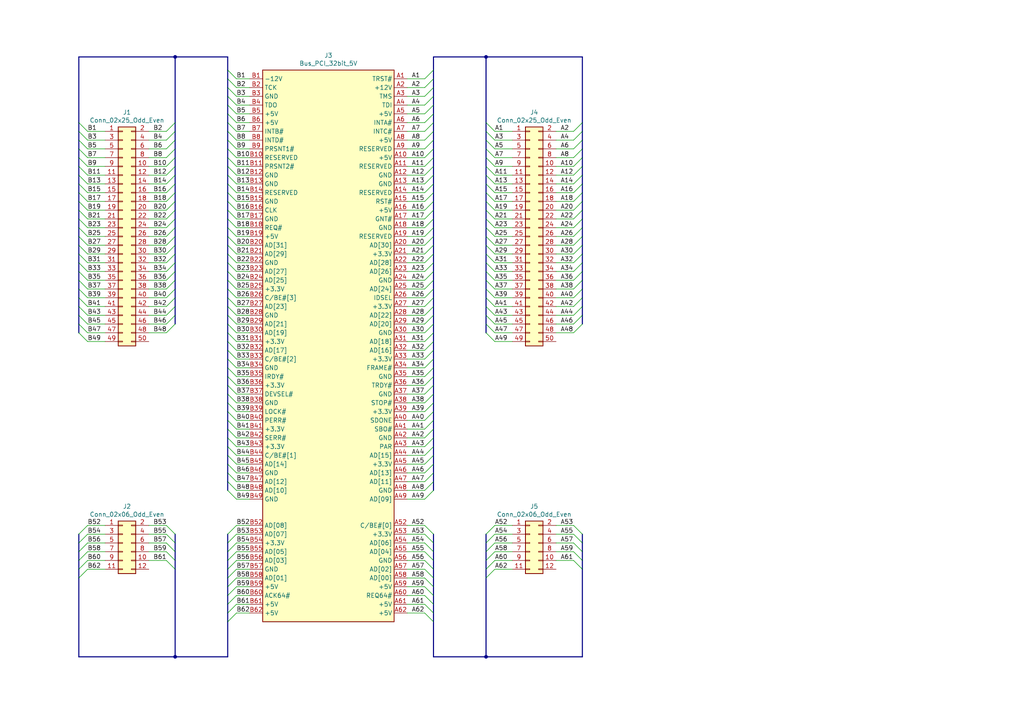
<source format=kicad_sch>
(kicad_sch (version 20211123) (generator eeschema)
  (paper "A4")
  (junction (at 140.97 16.51))
  (junction (at 50.8 16.51))
  (junction (at 50.8 190.5))
  (junction (at 140.97 190.5))
  (bus_entry (at 66.04 127) (size 2.54 2.54))
  (bus_entry (at 166.37 81.28) (size 2.54 -2.54))
  (bus_entry (at 22.86 68.58) (size 2.54 2.54))
  (bus_entry (at 123.19 40.64) (size 2.54 -2.54))
  (bus_entry (at 66.04 27.94) (size 2.54 2.54))
  (bus_entry (at 123.19 129.54) (size 2.54 -2.54))
  (bus_entry (at 66.04 45.72) (size 2.54 2.54))
  (bus_entry (at 66.04 96.52) (size 2.54 2.54))
  (bus_entry (at 123.19 25.4) (size 2.54 -2.54))
  (bus_entry (at 123.19 160.02) (size 2.54 2.54))
  (bus_entry (at 123.19 172.72) (size 2.54 2.54))
  (bus_entry (at 48.26 160.02) (size 2.54 2.54))
  (bus_entry (at 123.19 99.06) (size 2.54 -2.54))
  (bus_entry (at 48.26 48.26) (size 2.54 -2.54))
  (bus_entry (at 123.19 162.56) (size 2.54 2.54))
  (bus_entry (at 66.04 180.34) (size 2.54 -2.54))
  (bus_entry (at 66.04 139.7) (size 2.54 2.54))
  (bus_entry (at 48.26 53.34) (size 2.54 -2.54))
  (bus_entry (at 66.04 109.22) (size 2.54 2.54))
  (bus_entry (at 140.97 68.58) (size 2.54 2.54))
  (bus_entry (at 66.04 58.42) (size 2.54 2.54))
  (bus_entry (at 66.04 132.08) (size 2.54 2.54))
  (bus_entry (at 22.86 76.2) (size 2.54 2.54))
  (bus_entry (at 166.37 38.1) (size 2.54 -2.54))
  (bus_entry (at 66.04 76.2) (size 2.54 2.54))
  (bus_entry (at 166.37 73.66) (size 2.54 -2.54))
  (bus_entry (at 140.97 66.04) (size 2.54 2.54))
  (bus_entry (at 22.86 48.26) (size 2.54 2.54))
  (bus_entry (at 66.04 142.24) (size 2.54 2.54))
  (bus_entry (at 48.26 152.4) (size 2.54 2.54))
  (bus_entry (at 140.97 88.9) (size 2.54 2.54))
  (bus_entry (at 48.26 68.58) (size 2.54 -2.54))
  (bus_entry (at 66.04 68.58) (size 2.54 2.54))
  (bus_entry (at 123.19 91.44) (size 2.54 -2.54))
  (bus_entry (at 123.19 63.5) (size 2.54 -2.54))
  (bus_entry (at 48.26 93.98) (size 2.54 -2.54))
  (bus_entry (at 123.19 81.28) (size 2.54 -2.54))
  (bus_entry (at 48.26 162.56) (size 2.54 2.54))
  (bus_entry (at 166.37 66.04) (size 2.54 -2.54))
  (bus_entry (at 22.86 66.04) (size 2.54 2.54))
  (bus_entry (at 140.97 165.1) (size 2.54 -2.54))
  (bus_entry (at 123.19 33.02) (size 2.54 -2.54))
  (bus_entry (at 48.26 81.28) (size 2.54 -2.54))
  (bus_entry (at 66.04 43.18) (size 2.54 2.54))
  (bus_entry (at 66.04 177.8) (size 2.54 -2.54))
  (bus_entry (at 166.37 78.74) (size 2.54 -2.54))
  (bus_entry (at 66.04 25.4) (size 2.54 2.54))
  (bus_entry (at 140.97 157.48) (size 2.54 -2.54))
  (bus_entry (at 123.19 144.78) (size 2.54 -2.54))
  (bus_entry (at 123.19 134.62) (size 2.54 -2.54))
  (bus_entry (at 123.19 83.82) (size 2.54 -2.54))
  (bus_entry (at 22.86 165.1) (size 2.54 -2.54))
  (bus_entry (at 123.19 104.14) (size 2.54 -2.54))
  (bus_entry (at 22.86 45.72) (size 2.54 2.54))
  (bus_entry (at 22.86 160.02) (size 2.54 -2.54))
  (bus_entry (at 123.19 76.2) (size 2.54 -2.54))
  (bus_entry (at 123.19 55.88) (size 2.54 -2.54))
  (bus_entry (at 140.97 96.52) (size 2.54 2.54))
  (bus_entry (at 66.04 38.1) (size 2.54 2.54))
  (bus_entry (at 66.04 30.48) (size 2.54 2.54))
  (bus_entry (at 48.26 50.8) (size 2.54 -2.54))
  (bus_entry (at 22.86 71.12) (size 2.54 2.54))
  (bus_entry (at 48.26 157.48) (size 2.54 2.54))
  (bus_entry (at 123.19 137.16) (size 2.54 -2.54))
  (bus_entry (at 22.86 157.48) (size 2.54 -2.54))
  (bus_entry (at 66.04 20.32) (size 2.54 2.54))
  (bus_entry (at 123.19 109.22) (size 2.54 -2.54))
  (bus_entry (at 66.04 33.02) (size 2.54 2.54))
  (bus_entry (at 166.37 157.48) (size 2.54 2.54))
  (bus_entry (at 22.86 35.56) (size 2.54 2.54))
  (bus_entry (at 166.37 58.42) (size 2.54 -2.54))
  (bus_entry (at 123.19 167.64) (size 2.54 2.54))
  (bus_entry (at 140.97 48.26) (size 2.54 2.54))
  (bus_entry (at 22.86 43.18) (size 2.54 2.54))
  (bus_entry (at 166.37 63.5) (size 2.54 -2.54))
  (bus_entry (at 22.86 154.94) (size 2.54 -2.54))
  (bus_entry (at 66.04 114.3) (size 2.54 2.54))
  (bus_entry (at 123.19 71.12) (size 2.54 -2.54))
  (bus_entry (at 123.19 139.7) (size 2.54 -2.54))
  (bus_entry (at 140.97 91.44) (size 2.54 2.54))
  (bus_entry (at 22.86 38.1) (size 2.54 2.54))
  (bus_entry (at 140.97 86.36) (size 2.54 2.54))
  (bus_entry (at 140.97 73.66) (size 2.54 2.54))
  (bus_entry (at 140.97 76.2) (size 2.54 2.54))
  (bus_entry (at 123.19 50.8) (size 2.54 -2.54))
  (bus_entry (at 140.97 53.34) (size 2.54 2.54))
  (bus_entry (at 66.04 35.56) (size 2.54 2.54))
  (bus_entry (at 166.37 68.58) (size 2.54 -2.54))
  (bus_entry (at 123.19 43.18) (size 2.54 -2.54))
  (bus_entry (at 166.37 83.82) (size 2.54 -2.54))
  (bus_entry (at 140.97 40.64) (size 2.54 2.54))
  (bus_entry (at 140.97 162.56) (size 2.54 -2.54))
  (bus_entry (at 66.04 55.88) (size 2.54 2.54))
  (bus_entry (at 48.26 76.2) (size 2.54 -2.54))
  (bus_entry (at 166.37 40.64) (size 2.54 -2.54))
  (bus_entry (at 22.86 40.64) (size 2.54 2.54))
  (bus_entry (at 166.37 160.02) (size 2.54 2.54))
  (bus_entry (at 123.19 68.58) (size 2.54 -2.54))
  (bus_entry (at 166.37 93.98) (size 2.54 -2.54))
  (bus_entry (at 123.19 142.24) (size 2.54 -2.54))
  (bus_entry (at 66.04 63.5) (size 2.54 2.54))
  (bus_entry (at 22.86 63.5) (size 2.54 2.54))
  (bus_entry (at 66.04 53.34) (size 2.54 2.54))
  (bus_entry (at 123.19 114.3) (size 2.54 -2.54))
  (bus_entry (at 22.86 73.66) (size 2.54 2.54))
  (bus_entry (at 140.97 55.88) (size 2.54 2.54))
  (bus_entry (at 123.19 88.9) (size 2.54 -2.54))
  (bus_entry (at 66.04 160.02) (size 2.54 -2.54))
  (bus_entry (at 22.86 91.44) (size 2.54 2.54))
  (bus_entry (at 66.04 73.66) (size 2.54 2.54))
  (bus_entry (at 123.19 48.26) (size 2.54 -2.54))
  (bus_entry (at 123.19 66.04) (size 2.54 -2.54))
  (bus_entry (at 48.26 38.1) (size 2.54 -2.54))
  (bus_entry (at 140.97 45.72) (size 2.54 2.54))
  (bus_entry (at 140.97 93.98) (size 2.54 2.54))
  (bus_entry (at 22.86 83.82) (size 2.54 2.54))
  (bus_entry (at 48.26 91.44) (size 2.54 -2.54))
  (bus_entry (at 123.19 60.96) (size 2.54 -2.54))
  (bus_entry (at 66.04 86.36) (size 2.54 2.54))
  (bus_entry (at 123.19 121.92) (size 2.54 -2.54))
  (bus_entry (at 166.37 86.36) (size 2.54 -2.54))
  (bus_entry (at 166.37 71.12) (size 2.54 -2.54))
  (bus_entry (at 123.19 86.36) (size 2.54 -2.54))
  (bus_entry (at 22.86 50.8) (size 2.54 2.54))
  (bus_entry (at 22.86 93.98) (size 2.54 2.54))
  (bus_entry (at 123.19 45.72) (size 2.54 -2.54))
  (bus_entry (at 140.97 43.18) (size 2.54 2.54))
  (bus_entry (at 66.04 99.06) (size 2.54 2.54))
  (bus_entry (at 140.97 160.02) (size 2.54 -2.54))
  (bus_entry (at 48.26 96.52) (size 2.54 -2.54))
  (bus_entry (at 123.19 124.46) (size 2.54 -2.54))
  (bus_entry (at 66.04 60.96) (size 2.54 2.54))
  (bus_entry (at 48.26 73.66) (size 2.54 -2.54))
  (bus_entry (at 123.19 53.34) (size 2.54 -2.54))
  (bus_entry (at 123.19 154.94) (size 2.54 2.54))
  (bus_entry (at 166.37 162.56) (size 2.54 2.54))
  (bus_entry (at 166.37 53.34) (size 2.54 -2.54))
  (bus_entry (at 66.04 83.82) (size 2.54 2.54))
  (bus_entry (at 123.19 22.86) (size 2.54 -2.54))
  (bus_entry (at 166.37 96.52) (size 2.54 -2.54))
  (bus_entry (at 66.04 101.6) (size 2.54 2.54))
  (bus_entry (at 66.04 175.26) (size 2.54 -2.54))
  (bus_entry (at 66.04 165.1) (size 2.54 -2.54))
  (bus_entry (at 140.97 63.5) (size 2.54 2.54))
  (bus_entry (at 66.04 106.68) (size 2.54 2.54))
  (bus_entry (at 140.97 71.12) (size 2.54 2.54))
  (bus_entry (at 140.97 167.64) (size 2.54 -2.54))
  (bus_entry (at 66.04 129.54) (size 2.54 2.54))
  (bus_entry (at 123.19 152.4) (size 2.54 2.54))
  (bus_entry (at 48.26 71.12) (size 2.54 -2.54))
  (bus_entry (at 66.04 167.64) (size 2.54 -2.54))
  (bus_entry (at 66.04 78.74) (size 2.54 2.54))
  (bus_entry (at 66.04 124.46) (size 2.54 2.54))
  (bus_entry (at 66.04 172.72) (size 2.54 -2.54))
  (bus_entry (at 123.19 175.26) (size 2.54 2.54))
  (bus_entry (at 123.19 35.56) (size 2.54 -2.54))
  (bus_entry (at 48.26 86.36) (size 2.54 -2.54))
  (bus_entry (at 22.86 60.96) (size 2.54 2.54))
  (bus_entry (at 48.26 66.04) (size 2.54 -2.54))
  (bus_entry (at 66.04 157.48) (size 2.54 -2.54))
  (bus_entry (at 66.04 48.26) (size 2.54 2.54))
  (bus_entry (at 166.37 50.8) (size 2.54 -2.54))
  (bus_entry (at 66.04 66.04) (size 2.54 2.54))
  (bus_entry (at 140.97 78.74) (size 2.54 2.54))
  (bus_entry (at 48.26 43.18) (size 2.54 -2.54))
  (bus_entry (at 22.86 53.34) (size 2.54 2.54))
  (bus_entry (at 22.86 58.42) (size 2.54 2.54))
  (bus_entry (at 22.86 88.9) (size 2.54 2.54))
  (bus_entry (at 66.04 22.86) (size 2.54 2.54))
  (bus_entry (at 66.04 104.14) (size 2.54 2.54))
  (bus_entry (at 123.19 73.66) (size 2.54 -2.54))
  (bus_entry (at 123.19 93.98) (size 2.54 -2.54))
  (bus_entry (at 48.26 63.5) (size 2.54 -2.54))
  (bus_entry (at 123.19 157.48) (size 2.54 2.54))
  (bus_entry (at 123.19 170.18) (size 2.54 2.54))
  (bus_entry (at 140.97 35.56) (size 2.54 2.54))
  (bus_entry (at 123.19 116.84) (size 2.54 -2.54))
  (bus_entry (at 66.04 170.18) (size 2.54 -2.54))
  (bus_entry (at 123.19 101.6) (size 2.54 -2.54))
  (bus_entry (at 22.86 96.52) (size 2.54 2.54))
  (bus_entry (at 123.19 38.1) (size 2.54 -2.54))
  (bus_entry (at 166.37 43.18) (size 2.54 -2.54))
  (bus_entry (at 66.04 50.8) (size 2.54 2.54))
  (bus_entry (at 48.26 55.88) (size 2.54 -2.54))
  (bus_entry (at 123.19 132.08) (size 2.54 -2.54))
  (bus_entry (at 166.37 60.96) (size 2.54 -2.54))
  (bus_entry (at 22.86 78.74) (size 2.54 2.54))
  (bus_entry (at 140.97 38.1) (size 2.54 2.54))
  (bus_entry (at 123.19 119.38) (size 2.54 -2.54))
  (bus_entry (at 22.86 162.56) (size 2.54 -2.54))
  (bus_entry (at 22.86 86.36) (size 2.54 2.54))
  (bus_entry (at 66.04 137.16) (size 2.54 2.54))
  (bus_entry (at 66.04 154.94) (size 2.54 -2.54))
  (bus_entry (at 22.86 55.88) (size 2.54 2.54))
  (bus_entry (at 66.04 91.44) (size 2.54 2.54))
  (bus_entry (at 66.04 71.12) (size 2.54 2.54))
  (bus_entry (at 140.97 60.96) (size 2.54 2.54))
  (bus_entry (at 66.04 134.62) (size 2.54 2.54))
  (bus_entry (at 66.04 81.28) (size 2.54 2.54))
  (bus_entry (at 123.19 177.8) (size 2.54 2.54))
  (bus_entry (at 166.37 76.2) (size 2.54 -2.54))
  (bus_entry (at 166.37 88.9) (size 2.54 -2.54))
  (bus_entry (at 166.37 48.26) (size 2.54 -2.54))
  (bus_entry (at 166.37 45.72) (size 2.54 -2.54))
  (bus_entry (at 22.86 81.28) (size 2.54 2.54))
  (bus_entry (at 166.37 152.4) (size 2.54 2.54))
  (bus_entry (at 123.19 30.48) (size 2.54 -2.54))
  (bus_entry (at 140.97 154.94) (size 2.54 -2.54))
  (bus_entry (at 48.26 45.72) (size 2.54 -2.54))
  (bus_entry (at 123.19 127) (size 2.54 -2.54))
  (bus_entry (at 48.26 83.82) (size 2.54 -2.54))
  (bus_entry (at 166.37 91.44) (size 2.54 -2.54))
  (bus_entry (at 66.04 121.92) (size 2.54 2.54))
  (bus_entry (at 66.04 88.9) (size 2.54 2.54))
  (bus_entry (at 48.26 154.94) (size 2.54 2.54))
  (bus_entry (at 66.04 119.38) (size 2.54 2.54))
  (bus_entry (at 66.04 116.84) (size 2.54 2.54))
  (bus_entry (at 48.26 78.74) (size 2.54 -2.54))
  (bus_entry (at 140.97 50.8) (size 2.54 2.54))
  (bus_entry (at 123.19 78.74) (size 2.54 -2.54))
  (bus_entry (at 166.37 154.94) (size 2.54 2.54))
  (bus_entry (at 123.19 58.42) (size 2.54 -2.54))
  (bus_entry (at 48.26 60.96) (size 2.54 -2.54))
  (bus_entry (at 66.04 111.76) (size 2.54 2.54))
  (bus_entry (at 66.04 40.64) (size 2.54 2.54))
  (bus_entry (at 140.97 83.82) (size 2.54 2.54))
  (bus_entry (at 123.19 165.1) (size 2.54 2.54))
  (bus_entry (at 48.26 88.9) (size 2.54 -2.54))
  (bus_entry (at 22.86 167.64) (size 2.54 -2.54))
  (bus_entry (at 48.26 40.64) (size 2.54 -2.54))
  (bus_entry (at 123.19 111.76) (size 2.54 -2.54))
  (bus_entry (at 140.97 58.42) (size 2.54 2.54))
  (bus_entry (at 48.26 58.42) (size 2.54 -2.54))
  (bus_entry (at 66.04 93.98) (size 2.54 2.54))
  (bus_entry (at 66.04 162.56) (size 2.54 -2.54))
  (bus_entry (at 123.19 106.68) (size 2.54 -2.54))
  (bus_entry (at 123.19 27.94) (size 2.54 -2.54))
  (bus_entry (at 140.97 81.28) (size 2.54 2.54))
  (bus_entry (at 166.37 55.88) (size 2.54 -2.54))
  (bus_entry (at 123.19 96.52) (size 2.54 -2.54))
  (wire (pts (xy 72.39 172.72) (xy 68.58 172.72)))
  (wire (pts (xy 118.11 50.8) (xy 123.19 50.8)))
  (bus (pts (xy 66.04 73.66) (xy 66.04 76.2)))
  (wire (pts (xy 72.39 68.58) (xy 68.58 68.58)))
  (wire (pts (xy 43.18 93.98) (xy 48.26 93.98)))
  (wire (pts (xy 43.18 88.9) (xy 48.26 88.9)))
  (bus (pts (xy 66.04 30.48) (xy 66.04 33.02)))
  (bus (pts (xy 66.04 170.18) (xy 66.04 172.72)))
  (bus (pts (xy 22.86 16.51) (xy 50.8 16.51)))
  (wire (pts (xy 148.59 86.36) (xy 143.51 86.36)))
  (bus (pts (xy 125.73 86.36) (xy 125.73 88.9)))
  (bus (pts (xy 140.97 35.56) (xy 140.97 38.1)))
  (bus (pts (xy 168.91 73.66) (xy 168.91 76.2)))
  (bus (pts (xy 125.73 177.8) (xy 125.73 180.34)))
  (bus (pts (xy 125.73 68.58) (xy 125.73 71.12)))
  (wire (pts (xy 123.19 129.54) (xy 118.11 129.54)))
  (wire (pts (xy 118.11 76.2) (xy 123.19 76.2)))
  (wire (pts (xy 43.18 81.28) (xy 48.26 81.28)))
  (bus (pts (xy 140.97 91.44) (xy 140.97 93.98)))
  (wire (pts (xy 72.39 152.4) (xy 68.58 152.4)))
  (bus (pts (xy 125.73 109.22) (xy 125.73 111.76)))
  (bus (pts (xy 22.86 53.34) (xy 22.86 55.88)))
  (wire (pts (xy 72.39 73.66) (xy 68.58 73.66)))
  (bus (pts (xy 66.04 55.88) (xy 66.04 58.42)))
  (bus (pts (xy 125.73 101.6) (xy 125.73 104.14)))
  (bus (pts (xy 125.73 35.56) (xy 125.73 38.1)))
  (wire (pts (xy 123.19 33.02) (xy 118.11 33.02)))
  (wire (pts (xy 72.39 63.5) (xy 68.58 63.5)))
  (bus (pts (xy 125.73 53.34) (xy 125.73 55.88)))
  (bus (pts (xy 125.73 22.86) (xy 125.73 25.4)))
  (wire (pts (xy 25.4 81.28) (xy 30.48 81.28)))
  (wire (pts (xy 161.29 55.88) (xy 166.37 55.88)))
  (wire (pts (xy 25.4 160.02) (xy 30.48 160.02)))
  (wire (pts (xy 161.29 73.66) (xy 166.37 73.66)))
  (wire (pts (xy 143.51 78.74) (xy 148.59 78.74)))
  (wire (pts (xy 25.4 60.96) (xy 30.48 60.96)))
  (bus (pts (xy 125.73 55.88) (xy 125.73 58.42)))
  (bus (pts (xy 125.73 83.82) (xy 125.73 86.36)))
  (wire (pts (xy 118.11 109.22) (xy 123.19 109.22)))
  (wire (pts (xy 72.39 157.48) (xy 68.58 157.48)))
  (wire (pts (xy 118.11 81.28) (xy 123.19 81.28)))
  (bus (pts (xy 125.73 25.4) (xy 125.73 27.94)))
  (bus (pts (xy 66.04 101.6) (xy 66.04 104.14)))
  (bus (pts (xy 125.73 154.94) (xy 125.73 157.48)))
  (wire (pts (xy 148.59 154.94) (xy 143.51 154.94)))
  (bus (pts (xy 125.73 78.74) (xy 125.73 81.28)))
  (wire (pts (xy 72.39 111.76) (xy 68.58 111.76)))
  (bus (pts (xy 140.97 68.58) (xy 140.97 71.12)))
  (wire (pts (xy 161.29 88.9) (xy 166.37 88.9)))
  (bus (pts (xy 66.04 160.02) (xy 66.04 162.56)))
  (wire (pts (xy 68.58 175.26) (xy 72.39 175.26)))
  (wire (pts (xy 25.4 165.1) (xy 30.48 165.1)))
  (bus (pts (xy 66.04 111.76) (xy 66.04 114.3)))
  (wire (pts (xy 43.18 66.04) (xy 48.26 66.04)))
  (wire (pts (xy 123.19 68.58) (xy 118.11 68.58)))
  (bus (pts (xy 168.91 160.02) (xy 168.91 162.56)))
  (bus (pts (xy 66.04 22.86) (xy 66.04 25.4)))
  (wire (pts (xy 118.11 55.88) (xy 123.19 55.88)))
  (bus (pts (xy 125.73 16.51) (xy 140.97 16.51)))
  (bus (pts (xy 50.8 162.56) (xy 50.8 165.1)))
  (bus (pts (xy 66.04 48.26) (xy 66.04 50.8)))
  (wire (pts (xy 161.29 63.5) (xy 166.37 63.5)))
  (wire (pts (xy 68.58 137.16) (xy 72.39 137.16)))
  (bus (pts (xy 168.91 43.18) (xy 168.91 45.72)))
  (bus (pts (xy 50.8 71.12) (xy 50.8 73.66)))
  (wire (pts (xy 68.58 22.86) (xy 72.39 22.86)))
  (bus (pts (xy 22.86 93.98) (xy 22.86 96.52)))
  (wire (pts (xy 166.37 91.44) (xy 161.29 91.44)))
  (bus (pts (xy 168.91 81.28) (xy 168.91 83.82)))
  (bus (pts (xy 50.8 86.36) (xy 50.8 88.9)))
  (wire (pts (xy 143.51 68.58) (xy 148.59 68.58)))
  (bus (pts (xy 140.97 81.28) (xy 140.97 83.82)))
  (bus (pts (xy 125.73 121.92) (xy 125.73 124.46)))
  (wire (pts (xy 148.59 55.88) (xy 143.51 55.88)))
  (bus (pts (xy 66.04 71.12) (xy 66.04 73.66)))
  (wire (pts (xy 123.19 177.8) (xy 118.11 177.8)))
  (bus (pts (xy 168.91 162.56) (xy 168.91 165.1)))
  (bus (pts (xy 50.8 53.34) (xy 50.8 55.88)))
  (bus (pts (xy 168.91 91.44) (xy 168.91 93.98)))
  (wire (pts (xy 118.11 132.08) (xy 123.19 132.08)))
  (bus (pts (xy 140.97 154.94) (xy 140.97 157.48)))
  (bus (pts (xy 66.04 165.1) (xy 66.04 167.64)))
  (bus (pts (xy 125.73 43.18) (xy 125.73 45.72)))
  (bus (pts (xy 168.91 48.26) (xy 168.91 50.8)))
  (bus (pts (xy 22.86 83.82) (xy 22.86 86.36)))
  (bus (pts (xy 22.86 162.56) (xy 22.86 165.1)))
  (wire (pts (xy 68.58 132.08) (xy 72.39 132.08)))
  (bus (pts (xy 50.8 55.88) (xy 50.8 58.42)))
  (wire (pts (xy 25.4 66.04) (xy 30.48 66.04)))
  (wire (pts (xy 68.58 142.24) (xy 72.39 142.24)))
  (bus (pts (xy 22.86 73.66) (xy 22.86 76.2)))
  (wire (pts (xy 25.4 154.94) (xy 30.48 154.94)))
  (bus (pts (xy 50.8 68.58) (xy 50.8 71.12)))
  (wire (pts (xy 143.51 162.56) (xy 148.59 162.56)))
  (bus (pts (xy 168.91 78.74) (xy 168.91 81.28)))
  (wire (pts (xy 25.4 40.64) (xy 30.48 40.64)))
  (bus (pts (xy 125.73 63.5) (xy 125.73 66.04)))
  (bus (pts (xy 22.86 66.04) (xy 22.86 68.58)))
  (wire (pts (xy 68.58 45.72) (xy 72.39 45.72)))
  (bus (pts (xy 66.04 124.46) (xy 66.04 127)))
  (wire (pts (xy 118.11 40.64) (xy 123.19 40.64)))
  (bus (pts (xy 125.73 91.44) (xy 125.73 93.98)))
  (wire (pts (xy 68.58 55.88) (xy 72.39 55.88)))
  (bus (pts (xy 22.86 157.48) (xy 22.86 160.02)))
  (bus (pts (xy 140.97 58.42) (xy 140.97 60.96)))
  (wire (pts (xy 148.59 63.5) (xy 143.51 63.5)))
  (bus (pts (xy 140.97 73.66) (xy 140.97 76.2)))
  (bus (pts (xy 66.04 40.64) (xy 66.04 43.18)))
  (bus (pts (xy 50.8 81.28) (xy 50.8 83.82)))
  (wire (pts (xy 148.59 71.12) (xy 143.51 71.12)))
  (wire (pts (xy 118.11 142.24) (xy 123.19 142.24)))
  (bus (pts (xy 140.97 60.96) (xy 140.97 63.5)))
  (bus (pts (xy 140.97 165.1) (xy 140.97 167.64)))
  (wire (pts (xy 123.19 119.38) (xy 118.11 119.38)))
  (bus (pts (xy 125.73 114.3) (xy 125.73 116.84)))
  (bus (pts (xy 66.04 114.3) (xy 66.04 116.84)))
  (wire (pts (xy 68.58 104.14) (xy 72.39 104.14)))
  (wire (pts (xy 68.58 93.98) (xy 72.39 93.98)))
  (bus (pts (xy 125.73 160.02) (xy 125.73 162.56)))
  (wire (pts (xy 118.11 30.48) (xy 123.19 30.48)))
  (bus (pts (xy 66.04 177.8) (xy 66.04 180.34)))
  (bus (pts (xy 168.91 53.34) (xy 168.91 55.88)))
  (bus (pts (xy 168.91 154.94) (xy 168.91 157.48)))
  (bus (pts (xy 66.04 129.54) (xy 66.04 132.08)))
  (wire (pts (xy 72.39 144.78) (xy 68.58 144.78)))
  (bus (pts (xy 125.73 172.72) (xy 125.73 175.26)))
  (wire (pts (xy 72.39 134.62) (xy 68.58 134.62)))
  (wire (pts (xy 25.4 78.74) (xy 30.48 78.74)))
  (bus (pts (xy 125.73 38.1) (xy 125.73 40.64)))
  (wire (pts (xy 72.39 106.68) (xy 68.58 106.68)))
  (bus (pts (xy 66.04 139.7) (xy 66.04 142.24)))
  (wire (pts (xy 43.18 55.88) (xy 48.26 55.88)))
  (wire (pts (xy 118.11 170.18) (xy 123.19 170.18)))
  (bus (pts (xy 50.8 160.02) (xy 50.8 162.56)))
  (wire (pts (xy 123.19 139.7) (xy 118.11 139.7)))
  (wire (pts (xy 161.29 45.72) (xy 166.37 45.72)))
  (bus (pts (xy 125.73 119.38) (xy 125.73 121.92)))
  (wire (pts (xy 161.29 50.8) (xy 166.37 50.8)))
  (wire (pts (xy 123.19 38.1) (xy 118.11 38.1)))
  (wire (pts (xy 72.39 78.74) (xy 68.58 78.74)))
  (wire (pts (xy 123.19 63.5) (xy 118.11 63.5)))
  (bus (pts (xy 125.73 33.02) (xy 125.73 35.56)))
  (bus (pts (xy 140.97 53.34) (xy 140.97 55.88)))
  (wire (pts (xy 68.58 127) (xy 72.39 127)))
  (bus (pts (xy 50.8 73.66) (xy 50.8 76.2)))
  (bus (pts (xy 50.8 60.96) (xy 50.8 63.5)))
  (bus (pts (xy 125.73 167.64) (xy 125.73 170.18)))
  (bus (pts (xy 140.97 55.88) (xy 140.97 58.42)))
  (wire (pts (xy 25.4 88.9) (xy 30.48 88.9)))
  (wire (pts (xy 48.26 157.48) (xy 43.18 157.48)))
  (wire (pts (xy 161.29 68.58) (xy 166.37 68.58)))
  (wire (pts (xy 43.18 68.58) (xy 48.26 68.58)))
  (bus (pts (xy 50.8 63.5) (xy 50.8 66.04)))
  (bus (pts (xy 168.91 71.12) (xy 168.91 73.66)))
  (bus (pts (xy 50.8 154.94) (xy 50.8 157.48)))
  (wire (pts (xy 68.58 27.94) (xy 72.39 27.94)))
  (bus (pts (xy 140.97 48.26) (xy 140.97 50.8)))
  (bus (pts (xy 125.73 137.16) (xy 125.73 139.7)))
  (wire (pts (xy 148.59 66.04) (xy 143.51 66.04)))
  (bus (pts (xy 125.73 27.94) (xy 125.73 30.48)))
  (bus (pts (xy 22.86 160.02) (xy 22.86 162.56)))
  (bus (pts (xy 22.86 167.64) (xy 22.86 190.5)))
  (bus (pts (xy 66.04 63.5) (xy 66.04 66.04)))
  (bus (pts (xy 66.04 35.56) (xy 66.04 38.1)))
  (wire (pts (xy 72.39 129.54) (xy 68.58 129.54)))
  (bus (pts (xy 22.86 86.36) (xy 22.86 88.9)))
  (bus (pts (xy 66.04 190.5) (xy 50.8 190.5)))
  (wire (pts (xy 25.4 50.8) (xy 30.48 50.8)))
  (bus (pts (xy 140.97 157.48) (xy 140.97 160.02)))
  (bus (pts (xy 140.97 71.12) (xy 140.97 73.66)))
  (wire (pts (xy 143.51 157.48) (xy 148.59 157.48)))
  (bus (pts (xy 125.73 129.54) (xy 125.73 132.08)))
  (wire (pts (xy 143.51 73.66) (xy 148.59 73.66)))
  (wire (pts (xy 123.19 172.72) (xy 118.11 172.72)))
  (bus (pts (xy 50.8 83.82) (xy 50.8 86.36)))
  (wire (pts (xy 68.58 114.3) (xy 72.39 114.3)))
  (wire (pts (xy 68.58 76.2) (xy 72.39 76.2)))
  (wire (pts (xy 166.37 157.48) (xy 161.29 157.48)))
  (wire (pts (xy 118.11 175.26) (xy 123.19 175.26)))
  (bus (pts (xy 125.73 71.12) (xy 125.73 73.66)))
  (wire (pts (xy 118.11 93.98) (xy 123.19 93.98)))
  (bus (pts (xy 22.86 78.74) (xy 22.86 81.28)))
  (wire (pts (xy 143.51 60.96) (xy 148.59 60.96)))
  (wire (pts (xy 166.37 43.18) (xy 161.29 43.18)))
  (bus (pts (xy 66.04 78.74) (xy 66.04 81.28)))
  (bus (pts (xy 50.8 38.1) (xy 50.8 40.64)))
  (wire (pts (xy 43.18 45.72) (xy 48.26 45.72)))
  (wire (pts (xy 25.4 152.4) (xy 30.48 152.4)))
  (wire (pts (xy 118.11 35.56) (xy 123.19 35.56)))
  (bus (pts (xy 125.73 116.84) (xy 125.73 119.38)))
  (bus (pts (xy 125.73 60.96) (xy 125.73 63.5)))
  (bus (pts (xy 66.04 121.92) (xy 66.04 124.46)))
  (wire (pts (xy 25.4 76.2) (xy 30.48 76.2)))
  (wire (pts (xy 25.4 38.1) (xy 30.48 38.1)))
  (wire (pts (xy 43.18 160.02) (xy 48.26 160.02)))
  (bus (pts (xy 66.04 91.44) (xy 66.04 93.98)))
  (wire (pts (xy 43.18 96.52) (xy 48.26 96.52)))
  (wire (pts (xy 68.58 81.28) (xy 72.39 81.28)))
  (bus (pts (xy 22.86 88.9) (xy 22.86 91.44)))
  (bus (pts (xy 125.73 20.32) (xy 125.73 22.86)))
  (bus (pts (xy 66.04 68.58) (xy 66.04 71.12)))
  (wire (pts (xy 43.18 50.8) (xy 48.26 50.8)))
  (wire (pts (xy 166.37 96.52) (xy 161.29 96.52)))
  (wire (pts (xy 148.59 165.1) (xy 143.51 165.1)))
  (bus (pts (xy 125.73 40.64) (xy 125.73 43.18)))
  (wire (pts (xy 143.51 99.06) (xy 148.59 99.06)))
  (bus (pts (xy 22.86 165.1) (xy 22.86 167.64)))
  (wire (pts (xy 148.59 40.64) (xy 143.51 40.64)))
  (wire (pts (xy 123.19 162.56) (xy 118.11 162.56)))
  (wire (pts (xy 143.51 88.9) (xy 148.59 88.9)))
  (bus (pts (xy 66.04 93.98) (xy 66.04 96.52)))
  (wire (pts (xy 72.39 162.56) (xy 68.58 162.56)))
  (bus (pts (xy 168.91 50.8) (xy 168.91 53.34)))
  (wire (pts (xy 123.19 116.84) (xy 118.11 116.84)))
  (wire (pts (xy 148.59 91.44) (xy 143.51 91.44)))
  (wire (pts (xy 30.48 162.56) (xy 25.4 162.56)))
  (bus (pts (xy 125.73 76.2) (xy 125.73 78.74)))
  (bus (pts (xy 66.04 162.56) (xy 66.04 165.1)))
  (bus (pts (xy 168.91 76.2) (xy 168.91 78.74)))
  (wire (pts (xy 166.37 38.1) (xy 161.29 38.1)))
  (bus (pts (xy 66.04 116.84) (xy 66.04 119.38)))
  (bus (pts (xy 66.04 76.2) (xy 66.04 78.74)))
  (wire (pts (xy 25.4 73.66) (xy 30.48 73.66)))
  (bus (pts (xy 22.86 58.42) (xy 22.86 60.96)))
  (wire (pts (xy 25.4 48.26) (xy 30.48 48.26)))
  (bus (pts (xy 22.86 81.28) (xy 22.86 83.82)))
  (bus (pts (xy 125.73 45.72) (xy 125.73 48.26)))
  (bus (pts (xy 140.97 63.5) (xy 140.97 66.04)))
  (wire (pts (xy 68.58 109.22) (xy 72.39 109.22)))
  (wire (pts (xy 68.58 38.1) (xy 72.39 38.1)))
  (wire (pts (xy 68.58 160.02) (xy 72.39 160.02)))
  (bus (pts (xy 125.73 134.62) (xy 125.73 137.16)))
  (bus (pts (xy 66.04 109.22) (xy 66.04 111.76)))
  (bus (pts (xy 125.73 48.26) (xy 125.73 50.8)))
  (wire (pts (xy 143.51 48.26) (xy 148.59 48.26)))
  (bus (pts (xy 66.04 157.48) (xy 66.04 160.02)))
  (bus (pts (xy 66.04 119.38) (xy 66.04 121.92)))
  (bus (pts (xy 125.73 58.42) (xy 125.73 60.96)))
  (bus (pts (xy 140.97 45.72) (xy 140.97 48.26)))
  (bus (pts (xy 66.04 167.64) (xy 66.04 170.18)))
  (bus (pts (xy 125.73 190.5) (xy 140.97 190.5)))
  (bus (pts (xy 168.91 86.36) (xy 168.91 88.9)))
  (bus (pts (xy 125.73 132.08) (xy 125.73 134.62)))
  (bus (pts (xy 66.04 60.96) (xy 66.04 63.5)))
  (bus (pts (xy 66.04 88.9) (xy 66.04 91.44)))
  (wire (pts (xy 43.18 38.1) (xy 48.26 38.1)))
  (wire (pts (xy 148.59 53.34) (xy 143.51 53.34)))
  (wire (pts (xy 143.51 83.82) (xy 148.59 83.82)))
  (bus (pts (xy 168.91 60.96) (xy 168.91 63.5)))
  (bus (pts (xy 66.04 99.06) (xy 66.04 101.6)))
  (wire (pts (xy 25.4 93.98) (xy 30.48 93.98)))
  (wire (pts (xy 68.58 154.94) (xy 72.39 154.94)))
  (wire (pts (xy 148.59 76.2) (xy 143.51 76.2)))
  (wire (pts (xy 25.4 43.18) (xy 30.48 43.18)))
  (bus (pts (xy 50.8 76.2) (xy 50.8 78.74)))
  (bus (pts (xy 50.8 78.74) (xy 50.8 81.28)))
  (wire (pts (xy 118.11 66.04) (xy 123.19 66.04)))
  (bus (pts (xy 140.97 83.82) (xy 140.97 86.36)))
  (wire (pts (xy 123.19 86.36) (xy 118.11 86.36)))
  (bus (pts (xy 168.91 83.82) (xy 168.91 86.36)))
  (wire (pts (xy 43.18 60.96) (xy 48.26 60.96)))
  (bus (pts (xy 168.91 165.1) (xy 168.91 190.5)))
  (bus (pts (xy 66.04 66.04) (xy 66.04 68.58)))
  (wire (pts (xy 166.37 81.28) (xy 161.29 81.28)))
  (wire (pts (xy 143.51 43.18) (xy 148.59 43.18)))
  (wire (pts (xy 43.18 83.82) (xy 48.26 83.82)))
  (wire (pts (xy 123.19 167.64) (xy 118.11 167.64)))
  (bus (pts (xy 125.73 165.1) (xy 125.73 167.64)))
  (bus (pts (xy 22.86 40.64) (xy 22.86 43.18)))
  (wire (pts (xy 143.51 38.1) (xy 148.59 38.1)))
  (wire (pts (xy 43.18 40.64) (xy 48.26 40.64)))
  (wire (pts (xy 68.58 33.02) (xy 72.39 33.02)))
  (bus (pts (xy 66.04 96.52) (xy 66.04 99.06)))
  (bus (pts (xy 125.73 81.28) (xy 125.73 83.82)))
  (wire (pts (xy 30.48 91.44) (xy 25.4 91.44)))
  (bus (pts (xy 125.73 66.04) (xy 125.73 68.58)))
  (bus (pts (xy 22.86 55.88) (xy 22.86 58.42)))
  (bus (pts (xy 50.8 16.51) (xy 50.8 35.56)))
  (bus (pts (xy 140.97 86.36) (xy 140.97 88.9)))
  (bus (pts (xy 66.04 132.08) (xy 66.04 134.62)))
  (bus (pts (xy 125.73 96.52) (xy 125.73 99.06)))
  (bus (pts (xy 50.8 45.72) (xy 50.8 48.26)))
  (bus (pts (xy 66.04 172.72) (xy 66.04 175.26)))
  (wire (pts (xy 123.19 106.68) (xy 118.11 106.68)))
  (wire (pts (xy 118.11 27.94) (xy 123.19 27.94)))
  (wire (pts (xy 72.39 139.7) (xy 68.58 139.7)))
  (bus (pts (xy 66.04 81.28) (xy 66.04 83.82)))
  (wire (pts (xy 166.37 152.4) (xy 161.29 152.4)))
  (bus (pts (xy 22.86 43.18) (xy 22.86 45.72)))
  (wire (pts (xy 123.19 134.62) (xy 118.11 134.62)))
  (bus (pts (xy 66.04 180.34) (xy 66.04 190.5)))
  (bus (pts (xy 125.73 127) (xy 125.73 129.54)))
  (wire (pts (xy 161.29 160.02) (xy 166.37 160.02)))
  (wire (pts (xy 118.11 45.72) (xy 123.19 45.72)))
  (wire (pts (xy 123.19 78.74) (xy 118.11 78.74)))
  (bus (pts (xy 168.91 40.64) (xy 168.91 43.18)))
  (bus (pts (xy 66.04 16.51) (xy 50.8 16.51)))
  (wire (pts (xy 143.51 152.4) (xy 148.59 152.4)))
  (wire (pts (xy 43.18 48.26) (xy 48.26 48.26)))
  (wire (pts (xy 68.58 86.36) (xy 72.39 86.36)))
  (bus (pts (xy 125.73 73.66) (xy 125.73 76.2)))
  (bus (pts (xy 66.04 137.16) (xy 66.04 139.7)))
  (wire (pts (xy 123.19 25.4) (xy 118.11 25.4)))
  (bus (pts (xy 22.86 63.5) (xy 22.86 66.04)))
  (bus (pts (xy 140.97 162.56) (xy 140.97 165.1)))
  (wire (pts (xy 48.26 152.4) (xy 43.18 152.4)))
  (wire (pts (xy 148.59 96.52) (xy 143.51 96.52)))
  (bus (pts (xy 22.86 50.8) (xy 22.86 53.34)))
  (wire (pts (xy 72.39 167.64) (xy 68.58 167.64)))
  (wire (pts (xy 25.4 71.12) (xy 30.48 71.12)))
  (bus (pts (xy 22.86 71.12) (xy 22.86 73.66)))
  (bus (pts (xy 66.04 58.42) (xy 66.04 60.96)))
  (bus (pts (xy 22.86 48.26) (xy 22.86 50.8)))
  (wire (pts (xy 166.37 53.34) (xy 161.29 53.34)))
  (bus (pts (xy 22.86 45.72) (xy 22.86 48.26)))
  (wire (pts (xy 143.51 50.8) (xy 148.59 50.8)))
  (wire (pts (xy 43.18 71.12) (xy 48.26 71.12)))
  (bus (pts (xy 125.73 104.14) (xy 125.73 106.68)))
  (bus (pts (xy 168.91 157.48) (xy 168.91 160.02)))
  (bus (pts (xy 22.86 154.94) (xy 22.86 157.48)))
  (wire (pts (xy 123.19 73.66) (xy 118.11 73.66)))
  (bus (pts (xy 168.91 35.56) (xy 168.91 38.1)))
  (wire (pts (xy 166.37 58.42) (xy 161.29 58.42)))
  (wire (pts (xy 123.19 152.4) (xy 118.11 152.4)))
  (bus (pts (xy 140.97 16.51) (xy 140.97 35.56)))
  (bus (pts (xy 66.04 53.34) (xy 66.04 55.88)))
  (wire (pts (xy 43.18 63.5) (xy 48.26 63.5)))
  (bus (pts (xy 168.91 68.58) (xy 168.91 71.12)))
  (wire (pts (xy 25.4 53.34) (xy 30.48 53.34)))
  (bus (pts (xy 125.73 162.56) (xy 125.73 165.1)))
  (wire (pts (xy 72.39 35.56) (xy 68.58 35.56)))
  (wire (pts (xy 161.29 40.64) (xy 166.37 40.64)))
  (wire (pts (xy 123.19 144.78) (xy 118.11 144.78)))
  (wire (pts (xy 118.11 71.12) (xy 123.19 71.12)))
  (bus (pts (xy 140.97 88.9) (xy 140.97 91.44)))
  (wire (pts (xy 161.29 93.98) (xy 166.37 93.98)))
  (wire (pts (xy 43.18 91.44) (xy 48.26 91.44)))
  (wire (pts (xy 123.19 88.9) (xy 118.11 88.9)))
  (bus (pts (xy 66.04 134.62) (xy 66.04 137.16)))
  (wire (pts (xy 118.11 48.26) (xy 123.19 48.26)))
  (wire (pts (xy 118.11 99.06) (xy 123.19 99.06)))
  (bus (pts (xy 140.97 43.18) (xy 140.97 45.72)))
  (wire (pts (xy 30.48 99.06) (xy 25.4 99.06)))
  (wire (pts (xy 68.58 60.96) (xy 72.39 60.96)))
  (bus (pts (xy 66.04 104.14) (xy 66.04 106.68)))
  (wire (pts (xy 148.59 160.02) (xy 143.51 160.02)))
  (bus (pts (xy 22.86 38.1) (xy 22.86 40.64)))
  (bus (pts (xy 168.91 63.5) (xy 168.91 66.04)))
  (bus (pts (xy 66.04 154.94) (xy 66.04 157.48)))
  (bus (pts (xy 50.8 43.18) (xy 50.8 45.72)))
  (wire (pts (xy 123.19 91.44) (xy 118.11 91.44)))
  (wire (pts (xy 161.29 154.94) (xy 166.37 154.94)))
  (wire (pts (xy 25.4 68.58) (xy 30.48 68.58)))
  (wire (pts (xy 43.18 86.36) (xy 48.26 86.36)))
  (bus (pts (xy 66.04 106.68) (xy 66.04 109.22)))
  (wire (pts (xy 161.29 78.74) (xy 166.37 78.74)))
  (wire (pts (xy 118.11 60.96) (xy 123.19 60.96)))
  (wire (pts (xy 72.39 124.46) (xy 68.58 124.46)))
  (bus (pts (xy 140.97 38.1) (xy 140.97 40.64)))
  (bus (pts (xy 125.73 139.7) (xy 125.73 142.24)))
  (wire (pts (xy 123.19 83.82) (xy 118.11 83.82)))
  (wire (pts (xy 123.19 96.52) (xy 118.11 96.52)))
  (bus (pts (xy 140.97 50.8) (xy 140.97 53.34)))
  (wire (pts (xy 118.11 121.92) (xy 123.19 121.92)))
  (wire (pts (xy 43.18 78.74) (xy 48.26 78.74)))
  (bus (pts (xy 125.73 170.18) (xy 125.73 172.72)))
  (wire (pts (xy 25.4 58.42) (xy 30.48 58.42)))
  (bus (pts (xy 168.91 55.88) (xy 168.91 58.42)))
  (wire (pts (xy 118.11 114.3) (xy 123.19 114.3)))
  (bus (pts (xy 125.73 111.76) (xy 125.73 114.3)))
  (bus (pts (xy 50.8 58.42) (xy 50.8 60.96)))
  (bus (pts (xy 22.86 60.96) (xy 22.86 63.5)))
  (bus (pts (xy 66.04 83.82) (xy 66.04 86.36)))
  (bus (pts (xy 50.8 157.48) (xy 50.8 160.02)))
  (bus (pts (xy 50.8 50.8) (xy 50.8 53.34)))
  (wire (pts (xy 68.58 88.9) (xy 72.39 88.9)))
  (wire (pts (xy 118.11 22.86) (xy 123.19 22.86)))
  (wire (pts (xy 25.4 45.72) (xy 30.48 45.72)))
  (wire (pts (xy 123.19 101.6) (xy 118.11 101.6)))
  (bus (pts (xy 125.73 175.26) (xy 125.73 177.8)))
  (wire (pts (xy 68.58 99.06) (xy 72.39 99.06)))
  (wire (pts (xy 123.19 43.18) (xy 118.11 43.18)))
  (wire (pts (xy 72.39 96.52) (xy 68.58 96.52)))
  (bus (pts (xy 66.04 50.8) (xy 66.04 53.34)))
  (wire (pts (xy 123.19 111.76) (xy 118.11 111.76)))
  (bus (pts (xy 66.04 127) (xy 66.04 129.54)))
  (bus (pts (xy 66.04 25.4) (xy 66.04 27.94)))
  (wire (pts (xy 72.39 48.26) (xy 68.58 48.26)))
  (wire (pts (xy 30.48 157.48) (xy 25.4 157.48)))
  (bus (pts (xy 50.8 66.04) (xy 50.8 68.58)))
  (wire (pts (xy 166.37 60.96) (xy 161.29 60.96)))
  (bus (pts (xy 125.73 99.06) (xy 125.73 101.6)))
  (bus (pts (xy 50.8 40.64) (xy 50.8 43.18)))
  (bus (pts (xy 140.97 66.04) (xy 140.97 68.58)))
  (wire (pts (xy 118.11 154.94) (xy 123.19 154.94)))
  (wire (pts (xy 143.51 93.98) (xy 148.59 93.98)))
  (wire (pts (xy 72.39 101.6) (xy 68.58 101.6)))
  (wire (pts (xy 43.18 43.18) (xy 48.26 43.18)))
  (bus (pts (xy 168.91 16.51) (xy 168.91 35.56)))
  (bus (pts (xy 50.8 190.5) (xy 22.86 190.5)))
  (bus (pts (xy 66.04 20.32) (xy 66.04 22.86)))
  (bus (pts (xy 140.97 93.98) (xy 140.97 96.52)))
  (bus (pts (xy 125.73 16.51) (xy 125.73 20.32)))
  (wire (pts (xy 72.39 83.82) (xy 68.58 83.82)))
  (bus (pts (xy 168.91 66.04) (xy 168.91 68.58)))
  (bus (pts (xy 66.04 27.94) (xy 66.04 30.48)))
  (wire (pts (xy 72.39 91.44) (xy 68.58 91.44)))
  (wire (pts (xy 43.18 53.34) (xy 48.26 53.34)))
  (wire (pts (xy 48.26 162.56) (xy 43.18 162.56)))
  (bus (pts (xy 125.73 88.9) (xy 125.73 91.44)))
  (bus (pts (xy 66.04 86.36) (xy 66.04 88.9)))
  (bus (pts (xy 125.73 93.98) (xy 125.73 96.52)))
  (wire (pts (xy 166.37 86.36) (xy 161.29 86.36)))
  (wire (pts (xy 68.58 119.38) (xy 72.39 119.38)))
  (wire (pts (xy 166.37 162.56) (xy 161.29 162.56)))
  (wire (pts (xy 43.18 76.2) (xy 48.26 76.2)))
  (bus (pts (xy 66.04 38.1) (xy 66.04 40.64)))
  (wire (pts (xy 68.58 170.18) (xy 72.39 170.18)))
  (bus (pts (xy 168.91 58.42) (xy 168.91 60.96)))
  (bus (pts (xy 140.97 167.64) (xy 140.97 190.5)))
  (bus (pts (xy 50.8 165.1) (xy 50.8 190.5)))
  (wire (pts (xy 68.58 71.12) (xy 72.39 71.12)))
  (bus (pts (xy 125.73 157.48) (xy 125.73 160.02)))
  (wire (pts (xy 123.19 124.46) (xy 118.11 124.46)))
  (wire (pts (xy 25.4 63.5) (xy 30.48 63.5)))
  (wire (pts (xy 68.58 40.64) (xy 72.39 40.64)))
  (wire (pts (xy 68.58 165.1) (xy 72.39 165.1)))
  (bus (pts (xy 66.04 16.51) (xy 66.04 20.32)))
  (wire (pts (xy 118.11 165.1) (xy 123.19 165.1)))
  (bus (pts (xy 140.97 76.2) (xy 140.97 78.74)))
  (wire (pts (xy 166.37 48.26) (xy 161.29 48.26)))
  (wire (pts (xy 72.39 43.18) (xy 68.58 43.18)))
  (bus (pts (xy 168.91 38.1) (xy 168.91 40.64)))
  (wire (pts (xy 25.4 86.36) (xy 30.48 86.36)))
  (wire (pts (xy 166.37 71.12) (xy 161.29 71.12)))
  (wire (pts (xy 148.59 81.28) (xy 143.51 81.28)))
  (wire (pts (xy 25.4 55.88) (xy 30.48 55.88)))
  (wire (pts (xy 123.19 157.48) (xy 118.11 157.48)))
  (wire (pts (xy 166.37 76.2) (xy 161.29 76.2)))
  (bus (pts (xy 125.73 30.48) (xy 125.73 33.02)))
  (bus (pts (xy 125.73 106.68) (xy 125.73 109.22)))
  (wire (pts (xy 68.58 66.04) (xy 72.39 66.04)))
  (bus (pts (xy 168.91 45.72) (xy 168.91 48.26)))
  (bus (pts (xy 50.8 48.26) (xy 50.8 50.8)))
  (bus (pts (xy 22.86 76.2) (xy 22.86 78.74)))
  (wire (pts (xy 43.18 73.66) (xy 48.26 73.66)))
  (wire (pts (xy 118.11 137.16) (xy 123.19 137.16)))
  (bus (pts (xy 22.86 35.56) (xy 22.86 38.1)))
  (wire (pts (xy 25.4 83.82) (xy 30.48 83.82)))
  (bus (pts (xy 66.04 33.02) (xy 66.04 35.56)))
  (bus (pts (xy 140.97 16.51) (xy 168.91 16.51)))
  (wire (pts (xy 68.58 25.4) (xy 72.39 25.4)))
  (wire (pts (xy 68.58 50.8) (xy 72.39 50.8)))
  (bus (pts (xy 50.8 35.56) (xy 50.8 38.1)))
  (wire (pts (xy 43.18 58.42) (xy 48.26 58.42)))
  (wire (pts (xy 166.37 66.04) (xy 161.29 66.04)))
  (wire (pts (xy 123.19 58.42) (xy 118.11 58.42)))
  (bus (pts (xy 22.86 16.51) (xy 22.86 35.56)))
  (bus (pts (xy 50.8 88.9) (xy 50.8 91.44)))
  (wire (pts (xy 68.58 116.84) (xy 72.39 116.84)))
  (wire (pts (xy 72.39 58.42) (xy 68.58 58.42)))
  (bus (pts (xy 50.8 91.44) (xy 50.8 93.98)))
  (bus (pts (xy 140.97 160.02) (xy 140.97 162.56)))
  (wire (pts (xy 30.48 96.52) (xy 25.4 96.52)))
  (wire (pts (xy 118.11 127) (xy 123.19 127)))
  (wire (pts (xy 72.39 53.34) (xy 68.58 53.34)))
  (bus (pts (xy 66.04 43.18) (xy 66.04 45.72)))
  (bus (pts (xy 22.86 68.58) (xy 22.86 71.12)))
  (wire (pts (xy 123.19 53.34) (xy 118.11 53.34)))
  (bus (pts (xy 140.97 78.74) (xy 140.97 81.28)))
  (wire (pts (xy 118.11 160.02) (xy 123.19 160.02)))
  (wire (pts (xy 43.18 154.94) (xy 48.26 154.94)))
  (wire (pts (xy 72.39 177.8) (xy 68.58 177.8)))
  (bus (pts (xy 140.97 190.5) (xy 168.91 190.5)))
  (wire (pts (xy 148.59 58.42) (xy 143.51 58.42)))
  (bus (pts (xy 66.04 45.72) (xy 66.04 48.26)))
  (wire (pts (xy 72.39 30.48) (xy 68.58 30.48)))
  (bus (pts (xy 140.97 40.64) (xy 140.97 43.18)))
  (bus (pts (xy 22.86 91.44) (xy 22.86 93.98)))
  (wire (pts (xy 68.58 121.92) (xy 72.39 121.92)))
  (wire (pts (xy 148.59 45.72) (xy 143.51 45.72)))
  (wire (pts (xy 161.29 83.82) (xy 166.37 83.82)))
  (bus (pts (xy 125.73 124.46) (xy 125.73 127)))
  (bus (pts (xy 125.73 180.34) (xy 125.73 190.5)))
  (wire (pts (xy 118.11 104.14) (xy 123.19 104.14)))
  (bus (pts (xy 125.73 50.8) (xy 125.73 53.34)))
  (bus (pts (xy 66.04 175.26) (xy 66.04 177.8)))
  (bus (pts (xy 168.91 88.9) (xy 168.91 91.44)))
  (label "B62" (at 68.58 177.8 0))
  (label "B15" (at 25.4 55.88 0))
  (label "A16" (at 162.56 55.88 0))
  (label "B39" (at 25.4 86.36 0))
  (label "A46" (at 162.56 93.98 0))
  (label "A32" (at 119.38 101.6 0))
  (label "B30" (at 68.58 96.52 0))
  (label "A35" (at 119.38 109.22 0))
  (label "A37" (at 143.51 83.82 0))
  (label "A17" (at 143.51 58.42 0))
  (label "A45" (at 119.38 134.62 0))
  (label "B58" (at 25.4 160.02 0))
  (label "B37" (at 25.4 83.82 0))
  (label "B61" (at 68.58 175.26 0))
  (label "B30" (at 44.45 73.66 0))
  (label "B47" (at 25.4 96.52 0))
  (label "A22" (at 119.38 76.2 0))
  (label "B59" (at 44.45 160.02 0))
  (label "B53" (at 68.58 154.94 0))
  (label "B28" (at 44.45 71.12 0))
  (label "B27" (at 68.58 88.9 0))
  (label "B57" (at 68.58 165.1 0))
  (label "A17" (at 119.38 63.5 0))
  (label "A11" (at 143.51 50.8 0))
  (label "A34" (at 119.38 106.68 0))
  (label "A2" (at 162.56 38.1 0))
  (label "B38" (at 68.58 116.84 0))
  (label "B62" (at 25.4 165.1 0))
  (label "A53" (at 119.38 154.94 0))
  (label "A29" (at 143.51 73.66 0))
  (label "A9" (at 143.51 48.26 0))
  (label "B18" (at 44.45 58.42 0))
  (label "B2" (at 68.58 25.4 0))
  (label "A59" (at 119.38 170.18 0))
  (label "B55" (at 68.58 160.02 0))
  (label "A19" (at 119.38 68.58 0))
  (label "A60" (at 143.51 162.56 0))
  (label "A19" (at 143.51 60.96 0))
  (label "B34" (at 68.58 106.68 0))
  (label "A16" (at 119.38 60.96 0))
  (label "A10" (at 119.38 45.72 0))
  (label "A30" (at 119.38 96.52 0))
  (label "B22" (at 44.45 63.5 0))
  (label "B42" (at 44.45 88.9 0))
  (label "B59" (at 68.58 170.18 0))
  (label "A13" (at 143.51 53.34 0))
  (label "A52" (at 143.51 152.4 0))
  (label "B56" (at 68.58 162.56 0))
  (label "A38" (at 119.38 116.84 0))
  (label "B47" (at 68.58 139.7 0))
  (label "A18" (at 162.56 58.42 0))
  (label "A24" (at 162.56 66.04 0))
  (label "A32" (at 162.56 76.2 0))
  (label "B9" (at 25.4 48.26 0))
  (label "A54" (at 143.51 154.94 0))
  (label "B48" (at 68.58 142.24 0))
  (label "A5" (at 119.38 33.02 0))
  (label "B29" (at 25.4 73.66 0))
  (label "A1" (at 143.51 38.1 0))
  (label "B57" (at 44.45 157.48 0))
  (label "A7" (at 143.51 45.72 0))
  (label "A23" (at 119.38 78.74 0))
  (label "B7" (at 25.4 45.72 0))
  (label "B10" (at 68.58 45.72 0))
  (label "B3" (at 25.4 40.64 0))
  (label "B54" (at 25.4 154.94 0))
  (label "A42" (at 162.56 88.9 0))
  (label "A55" (at 162.56 154.94 0))
  (label "A46" (at 119.38 137.16 0))
  (label "B44" (at 44.45 91.44 0))
  (label "A36" (at 162.56 81.28 0))
  (label "B1" (at 68.58 22.86 0))
  (label "B35" (at 68.58 109.22 0))
  (label "B26" (at 68.58 86.36 0))
  (label "A28" (at 119.38 91.44 0))
  (label "A47" (at 143.51 96.52 0))
  (label "A31" (at 143.51 76.2 0))
  (label "B60" (at 25.4 162.56 0))
  (label "A34" (at 162.56 78.74 0))
  (label "A1" (at 119.38 22.86 0))
  (label "A27" (at 143.51 71.12 0))
  (label "A8" (at 162.56 45.72 0))
  (label "B37" (at 68.58 114.3 0))
  (label "B13" (at 68.58 53.34 0))
  (label "B56" (at 25.4 157.48 0))
  (label "B41" (at 68.58 124.46 0))
  (label "A36" (at 119.38 111.76 0))
  (label "B20" (at 68.58 71.12 0))
  (label "B45" (at 25.4 93.98 0))
  (label "B4" (at 68.58 30.48 0))
  (label "A11" (at 119.38 48.26 0))
  (label "B22" (at 68.58 76.2 0))
  (label "B20" (at 44.45 60.96 0))
  (label "B3" (at 68.58 27.94 0))
  (label "B5" (at 68.58 33.02 0))
  (label "B45" (at 68.58 134.62 0))
  (label "A56" (at 119.38 162.56 0))
  (label "A23" (at 143.51 66.04 0))
  (label "B18" (at 68.58 66.04 0))
  (label "B26" (at 44.45 68.58 0))
  (label "B49" (at 25.4 99.06 0))
  (label "A62" (at 143.51 165.1 0))
  (label "A2" (at 119.38 25.4 0))
  (label "A25" (at 143.51 68.58 0))
  (label "B4" (at 44.45 40.64 0))
  (label "B19" (at 25.4 60.96 0))
  (label "A58" (at 143.51 160.02 0))
  (label "A42" (at 119.38 127 0))
  (label "A48" (at 119.38 142.24 0))
  (label "B23" (at 68.58 78.74 0))
  (label "A59" (at 162.56 160.02 0))
  (label "A38" (at 162.56 83.82 0))
  (label "B6" (at 68.58 35.56 0))
  (label "A21" (at 143.51 63.5 0))
  (label "B17" (at 25.4 58.42 0))
  (label "B31" (at 68.58 99.06 0))
  (label "A40" (at 162.56 86.36 0))
  (label "B41" (at 25.4 88.9 0))
  (label "A25" (at 119.38 83.82 0))
  (label "A33" (at 143.51 78.74 0))
  (label "A9" (at 119.38 43.18 0))
  (label "A61" (at 162.56 162.56 0))
  (label "B24" (at 68.58 81.28 0))
  (label "A21" (at 119.38 73.66 0))
  (label "B38" (at 44.45 83.82 0))
  (label "A35" (at 143.51 81.28 0))
  (label "A30" (at 162.56 73.66 0))
  (label "B10" (at 44.45 48.26 0))
  (label "B1" (at 25.4 38.1 0))
  (label "A39" (at 143.51 86.36 0))
  (label "A31" (at 119.38 99.06 0))
  (label "B12" (at 68.58 50.8 0))
  (label "A49" (at 143.51 99.06 0))
  (label "A60" (at 119.38 172.72 0))
  (label "B12" (at 44.45 50.8 0))
  (label "A41" (at 143.51 88.9 0))
  (label "B17" (at 68.58 63.5 0))
  (label "A61" (at 119.38 175.26 0))
  (label "A40" (at 119.38 121.92 0))
  (label "B33" (at 25.4 78.74 0))
  (label "A47" (at 119.38 139.7 0))
  (label "B5" (at 25.4 43.18 0))
  (label "A20" (at 162.56 60.96 0))
  (label "A43" (at 143.51 91.44 0))
  (label "B54" (at 68.58 157.48 0))
  (label "A49" (at 119.38 144.78 0))
  (label "A6" (at 162.56 43.18 0))
  (label "B19" (at 68.58 68.58 0))
  (label "B35" (at 25.4 81.28 0))
  (label "A20" (at 119.38 71.12 0))
  (label "B7" (at 68.58 38.1 0))
  (label "A18" (at 119.38 66.04 0))
  (label "B2" (at 44.45 38.1 0))
  (label "B11" (at 25.4 50.8 0))
  (label "A8" (at 119.38 40.64 0))
  (label "A13" (at 119.38 53.34 0))
  (label "B27" (at 25.4 71.12 0))
  (label "A56" (at 143.51 157.48 0))
  (label "B46" (at 68.58 137.16 0))
  (label "B16" (at 44.45 55.88 0))
  (label "B16" (at 68.58 60.96 0))
  (label "A22" (at 162.56 63.5 0))
  (label "B9" (at 68.58 43.18 0))
  (label "B21" (at 25.4 63.5 0))
  (label "B28" (at 68.58 91.44 0))
  (label "A3" (at 143.51 40.64 0))
  (label "B40" (at 44.45 86.36 0))
  (label "A15" (at 119.38 58.42 0))
  (label "B15" (at 68.58 58.42 0))
  (label "B46" (at 44.45 93.98 0))
  (label "B48" (at 44.45 96.52 0))
  (label "A12" (at 119.38 50.8 0))
  (label "B32" (at 68.58 101.6 0))
  (label "B6" (at 44.45 43.18 0))
  (label "B36" (at 44.45 81.28 0))
  (label "B14" (at 68.58 55.88 0))
  (label "A52" (at 119.38 152.4 0))
  (label "A44" (at 119.38 132.08 0))
  (label "B29" (at 68.58 93.98 0))
  (label "A3" (at 119.38 27.94 0))
  (label "B8" (at 44.45 45.72 0))
  (label "A53" (at 162.56 152.4 0))
  (label "A27" (at 119.38 88.9 0))
  (label "A24" (at 119.38 81.28 0))
  (label "A12" (at 162.56 50.8 0))
  (label "B39" (at 68.58 119.38 0))
  (label "A4" (at 119.38 30.48 0))
  (label "A33" (at 119.38 104.14 0))
  (label "B44" (at 68.58 132.08 0))
  (label "B55" (at 44.45 154.94 0))
  (label "B36" (at 68.58 111.76 0))
  (label "B14" (at 44.45 53.34 0))
  (label "B52" (at 68.58 152.4 0))
  (label "B23" (at 25.4 66.04 0))
  (label "B43" (at 68.58 129.54 0))
  (label "B52" (at 25.4 152.4 0))
  (label "B60" (at 68.58 172.72 0))
  (label "A7" (at 119.38 38.1 0))
  (label "A54" (at 119.38 157.48 0))
  (label "B58" (at 68.58 167.64 0))
  (label "A57" (at 162.56 157.48 0))
  (label "A58" (at 119.38 167.64 0))
  (label "A10" (at 162.56 48.26 0))
  (label "A26" (at 162.56 68.58 0))
  (label "B21" (at 68.58 73.66 0))
  (label "A57" (at 119.38 165.1 0))
  (label "A43" (at 119.38 129.54 0))
  (label "B11" (at 68.58 48.26 0))
  (label "A28" (at 162.56 71.12 0))
  (label "B53" (at 44.45 152.4 0))
  (label "B13" (at 25.4 53.34 0))
  (label "B49" (at 68.58 144.78 0))
  (label "A14" (at 119.38 55.88 0))
  (label "A44" (at 162.56 91.44 0))
  (label "B31" (at 25.4 76.2 0))
  (label "A6" (at 119.38 35.56 0))
  (label "B43" (at 25.4 91.44 0))
  (label "B33" (at 68.58 104.14 0))
  (label "B24" (at 44.45 66.04 0))
  (label "A29" (at 119.38 93.98 0))
  (label "A39" (at 119.38 119.38 0))
  (label "B25" (at 68.58 83.82 0))
  (label "A62" (at 119.38 177.8 0))
  (label "B42" (at 68.58 127 0))
  (label "B32" (at 44.45 76.2 0))
  (label "A4" (at 162.56 40.64 0))
  (label "A37" (at 119.38 114.3 0))
  (label "B34" (at 44.45 78.74 0))
  (label "A14" (at 162.56 53.34 0))
  (label "A41" (at 119.38 124.46 0))
  (label "A15" (at 143.51 55.88 0))
  (label "A55" (at 119.38 160.02 0))
  (label "B61" (at 44.45 162.56 0))
  (label "B40" (at 68.58 121.92 0))
  (label "A26" (at 119.38 86.36 0))
  (label "A5" (at 143.51 43.18 0))
  (label "B8" (at 68.58 40.64 0))
  (label "A48" (at 162.56 96.52 0))
  (label "B25" (at 25.4 68.58 0))
  (label "A45" (at 143.51 93.98 0))
  (symbol (lib_id "Connector:Bus_PCI_32bit_5V") (at 95.25 99.06 0) (unit 1)
    (property "Reference" "J3" (at 95.25 16.0782 0))
    (property "Value" "Bus_PCI_32bit_5V" (at 95.25 18.3896 0))
    (property "Footprint" "Connector_PCISlot:BUS_PCI_Slot" (effects hide))
    (property "Datasheet" "http://pinouts.ru/Slots/PCI_pinout.shtml" (effects hide))
  )
  (symbol (lib_id "Connector_Generic:Conn_02x25_Odd_Even") (at 35.56 68.58 0) (unit 1)
    (property "Reference" "J1" (at 36.83 32.5882 0))
    (property "Value" "Conn_02x25_Odd_Even" (at 36.83 34.8996 0))
    (property "Footprint" "Connector_PinHeader_2.54mm:PinHeader_2x25_P2.54mm_Vertical" (effects hide))
  )
  (symbol (lib_id "Connector_Generic:Conn_02x06_Odd_Even") (at 35.56 157.48 0) (unit 1)
    (property "Reference" "J2" (at 36.83 146.8882 0))
    (property "Value" "Conn_02x06_Odd_Even" (at 36.83 149.1996 0))
    (property "Footprint" "Connector_PinHeader_2.54mm:PinHeader_2x06_P2.54mm_Vertical" (effects hide))
  )
  (symbol (lib_id "Connector_Generic:Conn_02x06_Odd_Even") (at 153.67 157.48 0) (unit 1)
    (property "Reference" "J5" (at 154.94 146.8882 0))
    (property "Value" "Conn_02x06_Odd_Even" (at 154.94 149.1996 0))
    (property "Footprint" "Connector_PinHeader_2.54mm:PinHeader_2x06_P2.54mm_Vertical" (effects hide))
  )
  (symbol (lib_id "Connector_Generic:Conn_02x25_Odd_Even") (at 153.67 68.58 0) (unit 1)
    (property "Reference" "J4" (at 154.94 32.5882 0))
    (property "Value" "Conn_02x25_Odd_Even" (at 154.94 34.8996 0))
    (property "Footprint" "Connector_PinHeader_2.54mm:PinHeader_2x25_P2.54mm_Vertical" (effects hide))
  )
)
</source>
